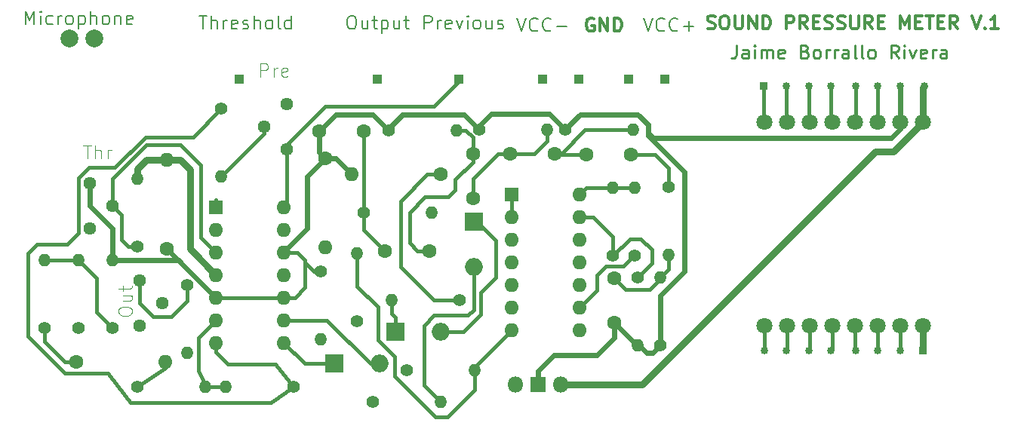
<source format=gbr>
G04 #@! TF.FileFunction,Copper,L1,Top,Signal*
%FSLAX46Y46*%
G04 Gerber Fmt 4.6, Leading zero omitted, Abs format (unit mm)*
G04 Created by KiCad (PCBNEW 4.0.7-e2-6376~58~ubuntu16.04.1) date Mon Dec 18 14:19:11 2017*
%MOMM*%
%LPD*%
G01*
G04 APERTURE LIST*
%ADD10C,0.100000*%
%ADD11C,0.300000*%
%ADD12C,0.250000*%
%ADD13C,0.200000*%
%ADD14C,1.998980*%
%ADD15C,1.800000*%
%ADD16R,1.600000X1.600000*%
%ADD17O,1.600000X1.600000*%
%ADD18C,1.600000*%
%ADD19R,2.000000X2.000000*%
%ADD20O,2.000000X2.000000*%
%ADD21C,1.400000*%
%ADD22O,1.400000X1.400000*%
%ADD23R,1.000000X1.000000*%
%ADD24C,1.440000*%
%ADD25R,0.850000X0.850000*%
%ADD26O,0.850000X0.850000*%
%ADD27R,1.800000X1.800000*%
%ADD28O,1.800000X1.800000*%
%ADD29C,0.400000*%
%ADD30C,0.600000*%
%ADD31C,0.800000*%
G04 APERTURE END LIST*
D10*
D11*
X166558571Y-56741143D02*
X166772857Y-56812571D01*
X167130000Y-56812571D01*
X167272857Y-56741143D01*
X167344286Y-56669714D01*
X167415714Y-56526857D01*
X167415714Y-56384000D01*
X167344286Y-56241143D01*
X167272857Y-56169714D01*
X167130000Y-56098286D01*
X166844286Y-56026857D01*
X166701428Y-55955429D01*
X166630000Y-55884000D01*
X166558571Y-55741143D01*
X166558571Y-55598286D01*
X166630000Y-55455429D01*
X166701428Y-55384000D01*
X166844286Y-55312571D01*
X167201428Y-55312571D01*
X167415714Y-55384000D01*
X168344285Y-55312571D02*
X168629999Y-55312571D01*
X168772857Y-55384000D01*
X168915714Y-55526857D01*
X168987142Y-55812571D01*
X168987142Y-56312571D01*
X168915714Y-56598286D01*
X168772857Y-56741143D01*
X168629999Y-56812571D01*
X168344285Y-56812571D01*
X168201428Y-56741143D01*
X168058571Y-56598286D01*
X167987142Y-56312571D01*
X167987142Y-55812571D01*
X168058571Y-55526857D01*
X168201428Y-55384000D01*
X168344285Y-55312571D01*
X169630000Y-55312571D02*
X169630000Y-56526857D01*
X169701428Y-56669714D01*
X169772857Y-56741143D01*
X169915714Y-56812571D01*
X170201428Y-56812571D01*
X170344286Y-56741143D01*
X170415714Y-56669714D01*
X170487143Y-56526857D01*
X170487143Y-55312571D01*
X171201429Y-56812571D02*
X171201429Y-55312571D01*
X172058572Y-56812571D01*
X172058572Y-55312571D01*
X172772858Y-56812571D02*
X172772858Y-55312571D01*
X173130001Y-55312571D01*
X173344286Y-55384000D01*
X173487144Y-55526857D01*
X173558572Y-55669714D01*
X173630001Y-55955429D01*
X173630001Y-56169714D01*
X173558572Y-56455429D01*
X173487144Y-56598286D01*
X173344286Y-56741143D01*
X173130001Y-56812571D01*
X172772858Y-56812571D01*
X175415715Y-56812571D02*
X175415715Y-55312571D01*
X175987143Y-55312571D01*
X176130001Y-55384000D01*
X176201429Y-55455429D01*
X176272858Y-55598286D01*
X176272858Y-55812571D01*
X176201429Y-55955429D01*
X176130001Y-56026857D01*
X175987143Y-56098286D01*
X175415715Y-56098286D01*
X177772858Y-56812571D02*
X177272858Y-56098286D01*
X176915715Y-56812571D02*
X176915715Y-55312571D01*
X177487143Y-55312571D01*
X177630001Y-55384000D01*
X177701429Y-55455429D01*
X177772858Y-55598286D01*
X177772858Y-55812571D01*
X177701429Y-55955429D01*
X177630001Y-56026857D01*
X177487143Y-56098286D01*
X176915715Y-56098286D01*
X178415715Y-56026857D02*
X178915715Y-56026857D01*
X179130001Y-56812571D02*
X178415715Y-56812571D01*
X178415715Y-55312571D01*
X179130001Y-55312571D01*
X179701429Y-56741143D02*
X179915715Y-56812571D01*
X180272858Y-56812571D01*
X180415715Y-56741143D01*
X180487144Y-56669714D01*
X180558572Y-56526857D01*
X180558572Y-56384000D01*
X180487144Y-56241143D01*
X180415715Y-56169714D01*
X180272858Y-56098286D01*
X179987144Y-56026857D01*
X179844286Y-55955429D01*
X179772858Y-55884000D01*
X179701429Y-55741143D01*
X179701429Y-55598286D01*
X179772858Y-55455429D01*
X179844286Y-55384000D01*
X179987144Y-55312571D01*
X180344286Y-55312571D01*
X180558572Y-55384000D01*
X181130000Y-56741143D02*
X181344286Y-56812571D01*
X181701429Y-56812571D01*
X181844286Y-56741143D01*
X181915715Y-56669714D01*
X181987143Y-56526857D01*
X181987143Y-56384000D01*
X181915715Y-56241143D01*
X181844286Y-56169714D01*
X181701429Y-56098286D01*
X181415715Y-56026857D01*
X181272857Y-55955429D01*
X181201429Y-55884000D01*
X181130000Y-55741143D01*
X181130000Y-55598286D01*
X181201429Y-55455429D01*
X181272857Y-55384000D01*
X181415715Y-55312571D01*
X181772857Y-55312571D01*
X181987143Y-55384000D01*
X182630000Y-55312571D02*
X182630000Y-56526857D01*
X182701428Y-56669714D01*
X182772857Y-56741143D01*
X182915714Y-56812571D01*
X183201428Y-56812571D01*
X183344286Y-56741143D01*
X183415714Y-56669714D01*
X183487143Y-56526857D01*
X183487143Y-55312571D01*
X185058572Y-56812571D02*
X184558572Y-56098286D01*
X184201429Y-56812571D02*
X184201429Y-55312571D01*
X184772857Y-55312571D01*
X184915715Y-55384000D01*
X184987143Y-55455429D01*
X185058572Y-55598286D01*
X185058572Y-55812571D01*
X184987143Y-55955429D01*
X184915715Y-56026857D01*
X184772857Y-56098286D01*
X184201429Y-56098286D01*
X185701429Y-56026857D02*
X186201429Y-56026857D01*
X186415715Y-56812571D02*
X185701429Y-56812571D01*
X185701429Y-55312571D01*
X186415715Y-55312571D01*
X188201429Y-56812571D02*
X188201429Y-55312571D01*
X188701429Y-56384000D01*
X189201429Y-55312571D01*
X189201429Y-56812571D01*
X189915715Y-56026857D02*
X190415715Y-56026857D01*
X190630001Y-56812571D02*
X189915715Y-56812571D01*
X189915715Y-55312571D01*
X190630001Y-55312571D01*
X191058572Y-55312571D02*
X191915715Y-55312571D01*
X191487144Y-56812571D02*
X191487144Y-55312571D01*
X192415715Y-56026857D02*
X192915715Y-56026857D01*
X193130001Y-56812571D02*
X192415715Y-56812571D01*
X192415715Y-55312571D01*
X193130001Y-55312571D01*
X194630001Y-56812571D02*
X194130001Y-56098286D01*
X193772858Y-56812571D02*
X193772858Y-55312571D01*
X194344286Y-55312571D01*
X194487144Y-55384000D01*
X194558572Y-55455429D01*
X194630001Y-55598286D01*
X194630001Y-55812571D01*
X194558572Y-55955429D01*
X194487144Y-56026857D01*
X194344286Y-56098286D01*
X193772858Y-56098286D01*
X196201429Y-55312571D02*
X196701429Y-56812571D01*
X197201429Y-55312571D01*
X197701429Y-56669714D02*
X197772857Y-56741143D01*
X197701429Y-56812571D01*
X197630000Y-56741143D01*
X197701429Y-56669714D01*
X197701429Y-56812571D01*
X199201429Y-56812571D02*
X198344286Y-56812571D01*
X198772858Y-56812571D02*
X198772858Y-55312571D01*
X198630001Y-55526857D01*
X198487143Y-55669714D01*
X198344286Y-55741143D01*
D10*
X100478571Y-88650000D02*
X100478571Y-88364286D01*
X100550000Y-88221428D01*
X100692857Y-88078571D01*
X100978571Y-88007143D01*
X101478571Y-88007143D01*
X101764286Y-88078571D01*
X101907143Y-88221428D01*
X101978571Y-88364286D01*
X101978571Y-88650000D01*
X101907143Y-88792857D01*
X101764286Y-88935714D01*
X101478571Y-89007143D01*
X100978571Y-89007143D01*
X100692857Y-88935714D01*
X100550000Y-88792857D01*
X100478571Y-88650000D01*
X100978571Y-86721428D02*
X101978571Y-86721428D01*
X100978571Y-87364285D02*
X101764286Y-87364285D01*
X101907143Y-87292857D01*
X101978571Y-87149999D01*
X101978571Y-86935714D01*
X101907143Y-86792857D01*
X101835714Y-86721428D01*
X100978571Y-86221428D02*
X100978571Y-85649999D01*
X100478571Y-86007142D02*
X101764286Y-86007142D01*
X101907143Y-85935714D01*
X101978571Y-85792856D01*
X101978571Y-85649999D01*
X96528572Y-69878571D02*
X97385715Y-69878571D01*
X96957144Y-71378571D02*
X96957144Y-69878571D01*
X97885715Y-71378571D02*
X97885715Y-69878571D01*
X98528572Y-71378571D02*
X98528572Y-70592857D01*
X98457143Y-70450000D01*
X98314286Y-70378571D01*
X98100001Y-70378571D01*
X97957143Y-70450000D01*
X97885715Y-70521429D01*
X99242858Y-71378571D02*
X99242858Y-70378571D01*
X99242858Y-70664286D02*
X99314286Y-70521429D01*
X99385715Y-70450000D01*
X99528572Y-70378571D01*
X99671429Y-70378571D01*
X116400001Y-62178571D02*
X116400001Y-60678571D01*
X116971429Y-60678571D01*
X117114287Y-60750000D01*
X117185715Y-60821429D01*
X117257144Y-60964286D01*
X117257144Y-61178571D01*
X117185715Y-61321429D01*
X117114287Y-61392857D01*
X116971429Y-61464286D01*
X116400001Y-61464286D01*
X117900001Y-62178571D02*
X117900001Y-61178571D01*
X117900001Y-61464286D02*
X117971429Y-61321429D01*
X118042858Y-61250000D01*
X118185715Y-61178571D01*
X118328572Y-61178571D01*
X119400000Y-62107143D02*
X119257143Y-62178571D01*
X118971429Y-62178571D01*
X118828572Y-62107143D01*
X118757143Y-61964286D01*
X118757143Y-61392857D01*
X118828572Y-61250000D01*
X118971429Y-61178571D01*
X119257143Y-61178571D01*
X119400000Y-61250000D01*
X119471429Y-61392857D01*
X119471429Y-61535714D01*
X118757143Y-61678571D01*
D12*
X169784572Y-58614571D02*
X169784572Y-59686000D01*
X169713144Y-59900286D01*
X169570287Y-60043143D01*
X169356001Y-60114571D01*
X169213144Y-60114571D01*
X171141715Y-60114571D02*
X171141715Y-59328857D01*
X171070286Y-59186000D01*
X170927429Y-59114571D01*
X170641715Y-59114571D01*
X170498858Y-59186000D01*
X171141715Y-60043143D02*
X170998858Y-60114571D01*
X170641715Y-60114571D01*
X170498858Y-60043143D01*
X170427429Y-59900286D01*
X170427429Y-59757429D01*
X170498858Y-59614571D01*
X170641715Y-59543143D01*
X170998858Y-59543143D01*
X171141715Y-59471714D01*
X171856001Y-60114571D02*
X171856001Y-59114571D01*
X171856001Y-58614571D02*
X171784572Y-58686000D01*
X171856001Y-58757429D01*
X171927429Y-58686000D01*
X171856001Y-58614571D01*
X171856001Y-58757429D01*
X172570287Y-60114571D02*
X172570287Y-59114571D01*
X172570287Y-59257429D02*
X172641715Y-59186000D01*
X172784573Y-59114571D01*
X172998858Y-59114571D01*
X173141715Y-59186000D01*
X173213144Y-59328857D01*
X173213144Y-60114571D01*
X173213144Y-59328857D02*
X173284573Y-59186000D01*
X173427430Y-59114571D01*
X173641715Y-59114571D01*
X173784573Y-59186000D01*
X173856001Y-59328857D01*
X173856001Y-60114571D01*
X175141715Y-60043143D02*
X174998858Y-60114571D01*
X174713144Y-60114571D01*
X174570287Y-60043143D01*
X174498858Y-59900286D01*
X174498858Y-59328857D01*
X174570287Y-59186000D01*
X174713144Y-59114571D01*
X174998858Y-59114571D01*
X175141715Y-59186000D01*
X175213144Y-59328857D01*
X175213144Y-59471714D01*
X174498858Y-59614571D01*
X177498858Y-59328857D02*
X177713144Y-59400286D01*
X177784572Y-59471714D01*
X177856001Y-59614571D01*
X177856001Y-59828857D01*
X177784572Y-59971714D01*
X177713144Y-60043143D01*
X177570286Y-60114571D01*
X176998858Y-60114571D01*
X176998858Y-58614571D01*
X177498858Y-58614571D01*
X177641715Y-58686000D01*
X177713144Y-58757429D01*
X177784572Y-58900286D01*
X177784572Y-59043143D01*
X177713144Y-59186000D01*
X177641715Y-59257429D01*
X177498858Y-59328857D01*
X176998858Y-59328857D01*
X178713144Y-60114571D02*
X178570286Y-60043143D01*
X178498858Y-59971714D01*
X178427429Y-59828857D01*
X178427429Y-59400286D01*
X178498858Y-59257429D01*
X178570286Y-59186000D01*
X178713144Y-59114571D01*
X178927429Y-59114571D01*
X179070286Y-59186000D01*
X179141715Y-59257429D01*
X179213144Y-59400286D01*
X179213144Y-59828857D01*
X179141715Y-59971714D01*
X179070286Y-60043143D01*
X178927429Y-60114571D01*
X178713144Y-60114571D01*
X179856001Y-60114571D02*
X179856001Y-59114571D01*
X179856001Y-59400286D02*
X179927429Y-59257429D01*
X179998858Y-59186000D01*
X180141715Y-59114571D01*
X180284572Y-59114571D01*
X180784572Y-60114571D02*
X180784572Y-59114571D01*
X180784572Y-59400286D02*
X180856000Y-59257429D01*
X180927429Y-59186000D01*
X181070286Y-59114571D01*
X181213143Y-59114571D01*
X182356000Y-60114571D02*
X182356000Y-59328857D01*
X182284571Y-59186000D01*
X182141714Y-59114571D01*
X181856000Y-59114571D01*
X181713143Y-59186000D01*
X182356000Y-60043143D02*
X182213143Y-60114571D01*
X181856000Y-60114571D01*
X181713143Y-60043143D01*
X181641714Y-59900286D01*
X181641714Y-59757429D01*
X181713143Y-59614571D01*
X181856000Y-59543143D01*
X182213143Y-59543143D01*
X182356000Y-59471714D01*
X183284572Y-60114571D02*
X183141714Y-60043143D01*
X183070286Y-59900286D01*
X183070286Y-58614571D01*
X184070286Y-60114571D02*
X183927428Y-60043143D01*
X183856000Y-59900286D01*
X183856000Y-58614571D01*
X184856000Y-60114571D02*
X184713142Y-60043143D01*
X184641714Y-59971714D01*
X184570285Y-59828857D01*
X184570285Y-59400286D01*
X184641714Y-59257429D01*
X184713142Y-59186000D01*
X184856000Y-59114571D01*
X185070285Y-59114571D01*
X185213142Y-59186000D01*
X185284571Y-59257429D01*
X185356000Y-59400286D01*
X185356000Y-59828857D01*
X185284571Y-59971714D01*
X185213142Y-60043143D01*
X185070285Y-60114571D01*
X184856000Y-60114571D01*
X187998857Y-60114571D02*
X187498857Y-59400286D01*
X187141714Y-60114571D02*
X187141714Y-58614571D01*
X187713142Y-58614571D01*
X187856000Y-58686000D01*
X187927428Y-58757429D01*
X187998857Y-58900286D01*
X187998857Y-59114571D01*
X187927428Y-59257429D01*
X187856000Y-59328857D01*
X187713142Y-59400286D01*
X187141714Y-59400286D01*
X188641714Y-60114571D02*
X188641714Y-59114571D01*
X188641714Y-58614571D02*
X188570285Y-58686000D01*
X188641714Y-58757429D01*
X188713142Y-58686000D01*
X188641714Y-58614571D01*
X188641714Y-58757429D01*
X189213143Y-59114571D02*
X189570286Y-60114571D01*
X189927428Y-59114571D01*
X191070285Y-60043143D02*
X190927428Y-60114571D01*
X190641714Y-60114571D01*
X190498857Y-60043143D01*
X190427428Y-59900286D01*
X190427428Y-59328857D01*
X190498857Y-59186000D01*
X190641714Y-59114571D01*
X190927428Y-59114571D01*
X191070285Y-59186000D01*
X191141714Y-59328857D01*
X191141714Y-59471714D01*
X190427428Y-59614571D01*
X191784571Y-60114571D02*
X191784571Y-59114571D01*
X191784571Y-59400286D02*
X191855999Y-59257429D01*
X191927428Y-59186000D01*
X192070285Y-59114571D01*
X192213142Y-59114571D01*
X193355999Y-60114571D02*
X193355999Y-59328857D01*
X193284570Y-59186000D01*
X193141713Y-59114571D01*
X192855999Y-59114571D01*
X192713142Y-59186000D01*
X193355999Y-60043143D02*
X193213142Y-60114571D01*
X192855999Y-60114571D01*
X192713142Y-60043143D01*
X192641713Y-59900286D01*
X192641713Y-59757429D01*
X192713142Y-59614571D01*
X192855999Y-59543143D01*
X193213142Y-59543143D01*
X193355999Y-59471714D01*
D13*
X90012000Y-56304571D02*
X90012000Y-54804571D01*
X90512000Y-55876000D01*
X91012000Y-54804571D01*
X91012000Y-56304571D01*
X91726286Y-56304571D02*
X91726286Y-55304571D01*
X91726286Y-54804571D02*
X91654857Y-54876000D01*
X91726286Y-54947429D01*
X91797714Y-54876000D01*
X91726286Y-54804571D01*
X91726286Y-54947429D01*
X93083429Y-56233143D02*
X92940572Y-56304571D01*
X92654858Y-56304571D01*
X92512000Y-56233143D01*
X92440572Y-56161714D01*
X92369143Y-56018857D01*
X92369143Y-55590286D01*
X92440572Y-55447429D01*
X92512000Y-55376000D01*
X92654858Y-55304571D01*
X92940572Y-55304571D01*
X93083429Y-55376000D01*
X93726286Y-56304571D02*
X93726286Y-55304571D01*
X93726286Y-55590286D02*
X93797714Y-55447429D01*
X93869143Y-55376000D01*
X94012000Y-55304571D01*
X94154857Y-55304571D01*
X94869143Y-56304571D02*
X94726285Y-56233143D01*
X94654857Y-56161714D01*
X94583428Y-56018857D01*
X94583428Y-55590286D01*
X94654857Y-55447429D01*
X94726285Y-55376000D01*
X94869143Y-55304571D01*
X95083428Y-55304571D01*
X95226285Y-55376000D01*
X95297714Y-55447429D01*
X95369143Y-55590286D01*
X95369143Y-56018857D01*
X95297714Y-56161714D01*
X95226285Y-56233143D01*
X95083428Y-56304571D01*
X94869143Y-56304571D01*
X96012000Y-55304571D02*
X96012000Y-56804571D01*
X96012000Y-55376000D02*
X96154857Y-55304571D01*
X96440571Y-55304571D01*
X96583428Y-55376000D01*
X96654857Y-55447429D01*
X96726286Y-55590286D01*
X96726286Y-56018857D01*
X96654857Y-56161714D01*
X96583428Y-56233143D01*
X96440571Y-56304571D01*
X96154857Y-56304571D01*
X96012000Y-56233143D01*
X97369143Y-56304571D02*
X97369143Y-54804571D01*
X98012000Y-56304571D02*
X98012000Y-55518857D01*
X97940571Y-55376000D01*
X97797714Y-55304571D01*
X97583429Y-55304571D01*
X97440571Y-55376000D01*
X97369143Y-55447429D01*
X98940572Y-56304571D02*
X98797714Y-56233143D01*
X98726286Y-56161714D01*
X98654857Y-56018857D01*
X98654857Y-55590286D01*
X98726286Y-55447429D01*
X98797714Y-55376000D01*
X98940572Y-55304571D01*
X99154857Y-55304571D01*
X99297714Y-55376000D01*
X99369143Y-55447429D01*
X99440572Y-55590286D01*
X99440572Y-56018857D01*
X99369143Y-56161714D01*
X99297714Y-56233143D01*
X99154857Y-56304571D01*
X98940572Y-56304571D01*
X100083429Y-55304571D02*
X100083429Y-56304571D01*
X100083429Y-55447429D02*
X100154857Y-55376000D01*
X100297715Y-55304571D01*
X100512000Y-55304571D01*
X100654857Y-55376000D01*
X100726286Y-55518857D01*
X100726286Y-56304571D01*
X102012000Y-56233143D02*
X101869143Y-56304571D01*
X101583429Y-56304571D01*
X101440572Y-56233143D01*
X101369143Y-56090286D01*
X101369143Y-55518857D01*
X101440572Y-55376000D01*
X101583429Y-55304571D01*
X101869143Y-55304571D01*
X102012000Y-55376000D01*
X102083429Y-55518857D01*
X102083429Y-55661714D01*
X101369143Y-55804571D01*
X134799143Y-56812571D02*
X134799143Y-55312571D01*
X135370571Y-55312571D01*
X135513429Y-55384000D01*
X135584857Y-55455429D01*
X135656286Y-55598286D01*
X135656286Y-55812571D01*
X135584857Y-55955429D01*
X135513429Y-56026857D01*
X135370571Y-56098286D01*
X134799143Y-56098286D01*
X136299143Y-56812571D02*
X136299143Y-55812571D01*
X136299143Y-56098286D02*
X136370571Y-55955429D01*
X136442000Y-55884000D01*
X136584857Y-55812571D01*
X136727714Y-55812571D01*
X137799142Y-56741143D02*
X137656285Y-56812571D01*
X137370571Y-56812571D01*
X137227714Y-56741143D01*
X137156285Y-56598286D01*
X137156285Y-56026857D01*
X137227714Y-55884000D01*
X137370571Y-55812571D01*
X137656285Y-55812571D01*
X137799142Y-55884000D01*
X137870571Y-56026857D01*
X137870571Y-56169714D01*
X137156285Y-56312571D01*
X138370571Y-55812571D02*
X138727714Y-56812571D01*
X139084856Y-55812571D01*
X139656285Y-56812571D02*
X139656285Y-55812571D01*
X139656285Y-55312571D02*
X139584856Y-55384000D01*
X139656285Y-55455429D01*
X139727713Y-55384000D01*
X139656285Y-55312571D01*
X139656285Y-55455429D01*
X140584857Y-56812571D02*
X140441999Y-56741143D01*
X140370571Y-56669714D01*
X140299142Y-56526857D01*
X140299142Y-56098286D01*
X140370571Y-55955429D01*
X140441999Y-55884000D01*
X140584857Y-55812571D01*
X140799142Y-55812571D01*
X140941999Y-55884000D01*
X141013428Y-55955429D01*
X141084857Y-56098286D01*
X141084857Y-56526857D01*
X141013428Y-56669714D01*
X140941999Y-56741143D01*
X140799142Y-56812571D01*
X140584857Y-56812571D01*
X142370571Y-55812571D02*
X142370571Y-56812571D01*
X141727714Y-55812571D02*
X141727714Y-56598286D01*
X141799142Y-56741143D01*
X141942000Y-56812571D01*
X142156285Y-56812571D01*
X142299142Y-56741143D01*
X142370571Y-56669714D01*
X143013428Y-56741143D02*
X143156285Y-56812571D01*
X143442000Y-56812571D01*
X143584857Y-56741143D01*
X143656285Y-56598286D01*
X143656285Y-56526857D01*
X143584857Y-56384000D01*
X143442000Y-56312571D01*
X143227714Y-56312571D01*
X143084857Y-56241143D01*
X143013428Y-56098286D01*
X143013428Y-56026857D01*
X143084857Y-55884000D01*
X143227714Y-55812571D01*
X143442000Y-55812571D01*
X143584857Y-55884000D01*
X126504285Y-55312571D02*
X126789999Y-55312571D01*
X126932857Y-55384000D01*
X127075714Y-55526857D01*
X127147142Y-55812571D01*
X127147142Y-56312571D01*
X127075714Y-56598286D01*
X126932857Y-56741143D01*
X126789999Y-56812571D01*
X126504285Y-56812571D01*
X126361428Y-56741143D01*
X126218571Y-56598286D01*
X126147142Y-56312571D01*
X126147142Y-55812571D01*
X126218571Y-55526857D01*
X126361428Y-55384000D01*
X126504285Y-55312571D01*
X128432857Y-55812571D02*
X128432857Y-56812571D01*
X127790000Y-55812571D02*
X127790000Y-56598286D01*
X127861428Y-56741143D01*
X128004286Y-56812571D01*
X128218571Y-56812571D01*
X128361428Y-56741143D01*
X128432857Y-56669714D01*
X128932857Y-55812571D02*
X129504286Y-55812571D01*
X129147143Y-55312571D02*
X129147143Y-56598286D01*
X129218571Y-56741143D01*
X129361429Y-56812571D01*
X129504286Y-56812571D01*
X130004286Y-55812571D02*
X130004286Y-57312571D01*
X130004286Y-55884000D02*
X130147143Y-55812571D01*
X130432857Y-55812571D01*
X130575714Y-55884000D01*
X130647143Y-55955429D01*
X130718572Y-56098286D01*
X130718572Y-56526857D01*
X130647143Y-56669714D01*
X130575714Y-56741143D01*
X130432857Y-56812571D01*
X130147143Y-56812571D01*
X130004286Y-56741143D01*
X132004286Y-55812571D02*
X132004286Y-56812571D01*
X131361429Y-55812571D02*
X131361429Y-56598286D01*
X131432857Y-56741143D01*
X131575715Y-56812571D01*
X131790000Y-56812571D01*
X131932857Y-56741143D01*
X132004286Y-56669714D01*
X132504286Y-55812571D02*
X133075715Y-55812571D01*
X132718572Y-55312571D02*
X132718572Y-56598286D01*
X132790000Y-56741143D01*
X132932858Y-56812571D01*
X133075715Y-56812571D01*
X109558000Y-55312571D02*
X110415143Y-55312571D01*
X109986572Y-56812571D02*
X109986572Y-55312571D01*
X110915143Y-56812571D02*
X110915143Y-55312571D01*
X111558000Y-56812571D02*
X111558000Y-56026857D01*
X111486571Y-55884000D01*
X111343714Y-55812571D01*
X111129429Y-55812571D01*
X110986571Y-55884000D01*
X110915143Y-55955429D01*
X112272286Y-56812571D02*
X112272286Y-55812571D01*
X112272286Y-56098286D02*
X112343714Y-55955429D01*
X112415143Y-55884000D01*
X112558000Y-55812571D01*
X112700857Y-55812571D01*
X113772285Y-56741143D02*
X113629428Y-56812571D01*
X113343714Y-56812571D01*
X113200857Y-56741143D01*
X113129428Y-56598286D01*
X113129428Y-56026857D01*
X113200857Y-55884000D01*
X113343714Y-55812571D01*
X113629428Y-55812571D01*
X113772285Y-55884000D01*
X113843714Y-56026857D01*
X113843714Y-56169714D01*
X113129428Y-56312571D01*
X114415142Y-56741143D02*
X114557999Y-56812571D01*
X114843714Y-56812571D01*
X114986571Y-56741143D01*
X115057999Y-56598286D01*
X115057999Y-56526857D01*
X114986571Y-56384000D01*
X114843714Y-56312571D01*
X114629428Y-56312571D01*
X114486571Y-56241143D01*
X114415142Y-56098286D01*
X114415142Y-56026857D01*
X114486571Y-55884000D01*
X114629428Y-55812571D01*
X114843714Y-55812571D01*
X114986571Y-55884000D01*
X115700857Y-56812571D02*
X115700857Y-55312571D01*
X116343714Y-56812571D02*
X116343714Y-56026857D01*
X116272285Y-55884000D01*
X116129428Y-55812571D01*
X115915143Y-55812571D01*
X115772285Y-55884000D01*
X115700857Y-55955429D01*
X117272286Y-56812571D02*
X117129428Y-56741143D01*
X117058000Y-56669714D01*
X116986571Y-56526857D01*
X116986571Y-56098286D01*
X117058000Y-55955429D01*
X117129428Y-55884000D01*
X117272286Y-55812571D01*
X117486571Y-55812571D01*
X117629428Y-55884000D01*
X117700857Y-55955429D01*
X117772286Y-56098286D01*
X117772286Y-56526857D01*
X117700857Y-56669714D01*
X117629428Y-56741143D01*
X117486571Y-56812571D01*
X117272286Y-56812571D01*
X118629429Y-56812571D02*
X118486571Y-56741143D01*
X118415143Y-56598286D01*
X118415143Y-55312571D01*
X119843714Y-56812571D02*
X119843714Y-55312571D01*
X119843714Y-56741143D02*
X119700857Y-56812571D01*
X119415143Y-56812571D01*
X119272285Y-56741143D01*
X119200857Y-56669714D01*
X119129428Y-56526857D01*
X119129428Y-56098286D01*
X119200857Y-55955429D01*
X119272285Y-55884000D01*
X119415143Y-55812571D01*
X119700857Y-55812571D01*
X119843714Y-55884000D01*
X159377429Y-55566571D02*
X159877429Y-57066571D01*
X160377429Y-55566571D01*
X161734572Y-56923714D02*
X161663143Y-56995143D01*
X161448857Y-57066571D01*
X161306000Y-57066571D01*
X161091715Y-56995143D01*
X160948857Y-56852286D01*
X160877429Y-56709429D01*
X160806000Y-56423714D01*
X160806000Y-56209429D01*
X160877429Y-55923714D01*
X160948857Y-55780857D01*
X161091715Y-55638000D01*
X161306000Y-55566571D01*
X161448857Y-55566571D01*
X161663143Y-55638000D01*
X161734572Y-55709429D01*
X163234572Y-56923714D02*
X163163143Y-56995143D01*
X162948857Y-57066571D01*
X162806000Y-57066571D01*
X162591715Y-56995143D01*
X162448857Y-56852286D01*
X162377429Y-56709429D01*
X162306000Y-56423714D01*
X162306000Y-56209429D01*
X162377429Y-55923714D01*
X162448857Y-55780857D01*
X162591715Y-55638000D01*
X162806000Y-55566571D01*
X162948857Y-55566571D01*
X163163143Y-55638000D01*
X163234572Y-55709429D01*
X163877429Y-56495143D02*
X165020286Y-56495143D01*
X164448857Y-57066571D02*
X164448857Y-55923714D01*
X145153429Y-55566571D02*
X145653429Y-57066571D01*
X146153429Y-55566571D01*
X147510572Y-56923714D02*
X147439143Y-56995143D01*
X147224857Y-57066571D01*
X147082000Y-57066571D01*
X146867715Y-56995143D01*
X146724857Y-56852286D01*
X146653429Y-56709429D01*
X146582000Y-56423714D01*
X146582000Y-56209429D01*
X146653429Y-55923714D01*
X146724857Y-55780857D01*
X146867715Y-55638000D01*
X147082000Y-55566571D01*
X147224857Y-55566571D01*
X147439143Y-55638000D01*
X147510572Y-55709429D01*
X149010572Y-56923714D02*
X148939143Y-56995143D01*
X148724857Y-57066571D01*
X148582000Y-57066571D01*
X148367715Y-56995143D01*
X148224857Y-56852286D01*
X148153429Y-56709429D01*
X148082000Y-56423714D01*
X148082000Y-56209429D01*
X148153429Y-55923714D01*
X148224857Y-55780857D01*
X148367715Y-55638000D01*
X148582000Y-55566571D01*
X148724857Y-55566571D01*
X148939143Y-55638000D01*
X149010572Y-55709429D01*
X149653429Y-56495143D02*
X150796286Y-56495143D01*
D11*
X153797143Y-55638000D02*
X153654286Y-55566571D01*
X153440000Y-55566571D01*
X153225715Y-55638000D01*
X153082857Y-55780857D01*
X153011429Y-55923714D01*
X152940000Y-56209429D01*
X152940000Y-56423714D01*
X153011429Y-56709429D01*
X153082857Y-56852286D01*
X153225715Y-56995143D01*
X153440000Y-57066571D01*
X153582857Y-57066571D01*
X153797143Y-56995143D01*
X153868572Y-56923714D01*
X153868572Y-56423714D01*
X153582857Y-56423714D01*
X154511429Y-57066571D02*
X154511429Y-55566571D01*
X155368572Y-57066571D01*
X155368572Y-55566571D01*
X156082858Y-57066571D02*
X156082858Y-55566571D01*
X156440001Y-55566571D01*
X156654286Y-55638000D01*
X156797144Y-55780857D01*
X156868572Y-55923714D01*
X156940001Y-56209429D01*
X156940001Y-56423714D01*
X156868572Y-56709429D01*
X156797144Y-56852286D01*
X156654286Y-56995143D01*
X156440001Y-57066571D01*
X156082858Y-57066571D01*
D14*
X94996000Y-57912000D03*
X97790000Y-57912000D03*
D15*
X172974000Y-67310000D03*
X175514000Y-67310000D03*
X178054000Y-67310000D03*
X180594000Y-67310000D03*
X183134000Y-67310000D03*
X185674000Y-67310000D03*
X188214000Y-67310000D03*
X190754000Y-67310000D03*
X190754000Y-90170000D03*
X188214000Y-90170000D03*
X185674000Y-90170000D03*
X183134000Y-90170000D03*
X180594000Y-90170000D03*
X178054000Y-90170000D03*
X175514000Y-90170000D03*
X172974000Y-90170000D03*
D16*
X111420000Y-76810000D03*
D17*
X119040000Y-92050000D03*
X111420000Y-79350000D03*
X119040000Y-89510000D03*
X111420000Y-81890000D03*
X119040000Y-86970000D03*
X111420000Y-84430000D03*
X119040000Y-84430000D03*
X111420000Y-86970000D03*
X119040000Y-81890000D03*
X111420000Y-89510000D03*
X119040000Y-79350000D03*
X111420000Y-92050000D03*
X119040000Y-76810000D03*
D16*
X144560000Y-75440000D03*
D17*
X152180000Y-90680000D03*
X144560000Y-77980000D03*
X152180000Y-88140000D03*
X144560000Y-80520000D03*
X152180000Y-85600000D03*
X144560000Y-83060000D03*
X152180000Y-83060000D03*
X144560000Y-85600000D03*
X152180000Y-80520000D03*
X144560000Y-88140000D03*
X152180000Y-77980000D03*
X144560000Y-90680000D03*
X152180000Y-75440000D03*
D18*
X95758000Y-94234000D03*
D17*
X105758000Y-94234000D03*
D18*
X136652000Y-73152000D03*
D17*
X126652000Y-73152000D03*
D18*
X128016000Y-68326000D03*
X123016000Y-68326000D03*
X135382000Y-81788000D03*
X130382000Y-81788000D03*
X140230000Y-75810000D03*
X140230000Y-70810000D03*
X149430000Y-70830000D03*
X144430000Y-70830000D03*
X157960000Y-70900000D03*
X152960000Y-70900000D03*
X156120000Y-84800000D03*
X156120000Y-89800000D03*
X123698000Y-71374000D03*
D17*
X123698000Y-81374000D03*
D18*
X105918000Y-81534000D03*
D17*
X105918000Y-71534000D03*
D19*
X124660000Y-94370000D03*
D20*
X129740000Y-94370000D03*
D19*
X131560000Y-90830000D03*
D20*
X136640000Y-90830000D03*
D19*
X140320000Y-78450000D03*
D20*
X140320000Y-83530000D03*
D21*
X99822000Y-90424000D03*
D22*
X99822000Y-82804000D03*
D21*
X96012000Y-90424000D03*
D22*
X96012000Y-82804000D03*
D21*
X92202000Y-90424000D03*
D22*
X92202000Y-82804000D03*
D21*
X102616000Y-97028000D03*
D22*
X110236000Y-97028000D03*
D21*
X120142000Y-97028000D03*
D22*
X112522000Y-97028000D03*
D21*
X102616000Y-81280000D03*
D22*
X102616000Y-73660000D03*
D21*
X108204000Y-85598000D03*
D22*
X108204000Y-93218000D03*
D21*
X112014000Y-65786000D03*
D22*
X112014000Y-73406000D03*
D21*
X132820000Y-95140000D03*
D22*
X140440000Y-95140000D03*
D21*
X123190000Y-84074000D03*
D22*
X123190000Y-91694000D03*
D21*
X127254000Y-89662000D03*
D22*
X127254000Y-82042000D03*
D21*
X128016000Y-77470000D03*
D22*
X135636000Y-77470000D03*
D21*
X138770000Y-87290000D03*
D22*
X131150000Y-87290000D03*
D21*
X130740000Y-68190000D03*
D22*
X138360000Y-68190000D03*
D21*
X129010000Y-98720000D03*
D22*
X136630000Y-98720000D03*
D21*
X140930000Y-68120000D03*
D22*
X148550000Y-68120000D03*
D21*
X150630000Y-68150000D03*
D22*
X158250000Y-68150000D03*
D21*
X158420000Y-82300000D03*
D22*
X158420000Y-74680000D03*
D21*
X162230000Y-74600000D03*
D22*
X162230000Y-82220000D03*
D21*
X155940000Y-82300000D03*
D22*
X155940000Y-74680000D03*
D21*
X158760000Y-84710000D03*
D22*
X158760000Y-92330000D03*
D21*
X161280000Y-92370000D03*
D22*
X161280000Y-84750000D03*
D23*
X161798000Y-62484000D03*
X157734000Y-62484000D03*
X148082000Y-62484000D03*
D24*
X102870000Y-85090000D03*
X105410000Y-87630000D03*
X102870000Y-90170000D03*
X97282000Y-74168000D03*
X99822000Y-76708000D03*
X97282000Y-79248000D03*
X119380000Y-70358000D03*
X116840000Y-67818000D03*
X119380000Y-65278000D03*
D23*
X152146000Y-62484000D03*
X129540000Y-62484000D03*
X114046000Y-62484000D03*
X138684000Y-62484000D03*
D25*
X172900000Y-63246000D03*
D26*
X175400000Y-63246000D03*
X177900000Y-63246000D03*
X180400000Y-63246000D03*
X183150000Y-63246000D03*
X185650000Y-63246000D03*
X188150000Y-63246000D03*
X190900000Y-63246000D03*
D25*
X190682000Y-92964000D03*
D26*
X188182000Y-92964000D03*
X185682000Y-92964000D03*
X183182000Y-92964000D03*
X180432000Y-92964000D03*
X177932000Y-92964000D03*
X175432000Y-92964000D03*
X172932000Y-92964000D03*
D27*
X147574000Y-96774000D03*
D28*
X150114000Y-96774000D03*
X145034000Y-96774000D03*
D29*
X95758000Y-94234000D02*
X94488000Y-94234000D01*
X92202000Y-91948000D02*
X92202000Y-90424000D01*
X94488000Y-94234000D02*
X92202000Y-91948000D01*
X105758000Y-94902000D02*
X102616000Y-97028000D01*
X105758000Y-94234000D02*
X105758000Y-94902000D01*
D30*
X188214000Y-67310000D02*
X188214000Y-68072000D01*
X188214000Y-68072000D02*
X187198000Y-69088000D01*
X160528000Y-69088000D02*
X159893000Y-68453000D01*
X187198000Y-69088000D02*
X160528000Y-69088000D01*
X188150000Y-63246000D02*
X188150000Y-67246000D01*
X188150000Y-67246000D02*
X188214000Y-67310000D01*
X147574000Y-96774000D02*
X147574000Y-95250000D01*
X156120000Y-91530000D02*
X156120000Y-89800000D01*
X154178000Y-93472000D02*
X156120000Y-91530000D01*
X149352000Y-93472000D02*
X154178000Y-93472000D01*
X147574000Y-95250000D02*
X149352000Y-93472000D01*
X160432000Y-93218000D02*
X161280000Y-92370000D01*
X159766000Y-93218000D02*
X160432000Y-93218000D01*
X158878000Y-92330000D02*
X159766000Y-93218000D01*
X122936000Y-68246000D02*
X123016000Y-68326000D01*
X99822000Y-82804000D02*
X99822000Y-79248000D01*
X97282000Y-76708000D02*
X97282000Y-74168000D01*
X99822000Y-79248000D02*
X97282000Y-76708000D01*
X158760000Y-92330000D02*
X158878000Y-92330000D01*
X161280000Y-86751000D02*
X161280000Y-92370000D01*
X150630000Y-68064000D02*
X152273000Y-66421000D01*
X152273000Y-66421000D02*
X158750000Y-66421000D01*
X158750000Y-66421000D02*
X159893000Y-67564000D01*
X159893000Y-67564000D02*
X159893000Y-68453000D01*
X159893000Y-68453000D02*
X159893000Y-68834000D01*
X159893000Y-68834000D02*
X163957000Y-72898000D01*
X163957000Y-72898000D02*
X163957000Y-84074000D01*
X163957000Y-84074000D02*
X161280000Y-86751000D01*
X150630000Y-68150000D02*
X150630000Y-68064000D01*
X150622000Y-68142000D02*
X150630000Y-68150000D01*
X158800000Y-92370000D02*
X158760000Y-92330000D01*
X158760000Y-92330000D02*
X158650000Y-92330000D01*
X158650000Y-92330000D02*
X156120000Y-89800000D01*
X140930000Y-68120000D02*
X140930000Y-67700000D01*
X140930000Y-67700000D02*
X142300000Y-66330000D01*
X148810000Y-66330000D02*
X150630000Y-68150000D01*
X142300000Y-66330000D02*
X148810000Y-66330000D01*
X130740000Y-68190000D02*
X130740000Y-68000000D01*
X130740000Y-68000000D02*
X132330000Y-66410000D01*
X139220000Y-66410000D02*
X140930000Y-68120000D01*
X132330000Y-66410000D02*
X139220000Y-66410000D01*
X99822000Y-82804000D02*
X107244000Y-82804000D01*
X107510000Y-83070000D02*
X107510000Y-83126000D01*
X107244000Y-82804000D02*
X107510000Y-83070000D01*
X111420000Y-86970000D02*
X111354000Y-86970000D01*
X111354000Y-86970000D02*
X107510000Y-83126000D01*
X107510000Y-83126000D02*
X105918000Y-81534000D01*
X123016000Y-68326000D02*
X123016000Y-68264000D01*
X123016000Y-68264000D02*
X124870000Y-66410000D01*
X128960000Y-66410000D02*
X130740000Y-68190000D01*
X124870000Y-66410000D02*
X128960000Y-66410000D01*
X123698000Y-71374000D02*
X121666000Y-73406000D01*
X121666000Y-79248000D02*
X119040000Y-81874000D01*
X121666000Y-73406000D02*
X121666000Y-79248000D01*
X119040000Y-81874000D02*
X119040000Y-81890000D01*
X123698000Y-71374000D02*
X124874000Y-71374000D01*
X124874000Y-71374000D02*
X126652000Y-73152000D01*
X123016000Y-68326000D02*
X123016000Y-70692000D01*
X123016000Y-70692000D02*
X123698000Y-71374000D01*
D29*
X152180000Y-86108000D02*
X152180000Y-85600000D01*
X111420000Y-86970000D02*
X119040000Y-86970000D01*
X123698000Y-71374000D02*
X123872000Y-71374000D01*
X123190000Y-84074000D02*
X122428000Y-84074000D01*
X122428000Y-84074000D02*
X121412000Y-83058000D01*
X119040000Y-81890000D02*
X120498000Y-81890000D01*
X120294000Y-86970000D02*
X119040000Y-86970000D01*
X121412000Y-85852000D02*
X120294000Y-86970000D01*
X121412000Y-82804000D02*
X121412000Y-83058000D01*
X121412000Y-83058000D02*
X121412000Y-85852000D01*
X120498000Y-81890000D02*
X121412000Y-82804000D01*
X96012000Y-82804000D02*
X92202000Y-82804000D01*
X99822000Y-90424000D02*
X98044000Y-88646000D01*
X98044000Y-84836000D02*
X96012000Y-82804000D01*
X98044000Y-88646000D02*
X98044000Y-84836000D01*
X109474000Y-91456000D02*
X111420000Y-89510000D01*
X109474000Y-95250000D02*
X109474000Y-91456000D01*
X110236000Y-96774000D02*
X109474000Y-95250000D01*
X110236000Y-97028000D02*
X110236000Y-96774000D01*
X110236000Y-97028000D02*
X112522000Y-97028000D01*
X136652000Y-73152000D02*
X135108000Y-73152000D01*
X135850000Y-87290000D02*
X138770000Y-87290000D01*
X132100000Y-83540000D02*
X135850000Y-87290000D01*
X132100000Y-76160000D02*
X132100000Y-83540000D01*
X135108000Y-73152000D02*
X132100000Y-76160000D01*
X144130000Y-86030000D02*
X144560000Y-85600000D01*
X136652000Y-73152000D02*
X136508000Y-73152000D01*
X136652000Y-73152000D02*
X136628000Y-73152000D01*
X136652000Y-73152000D02*
X136652000Y-73182000D01*
X136652000Y-73182000D02*
X136906000Y-73436000D01*
D30*
X136906000Y-73406000D02*
X136652000Y-73152000D01*
D29*
X128016000Y-77470000D02*
X128016000Y-79422000D01*
X128016000Y-79422000D02*
X130382000Y-81788000D01*
X128016000Y-68326000D02*
X128016000Y-77470000D01*
X140230000Y-71750000D02*
X138250000Y-73730000D01*
X140230000Y-70810000D02*
X140230000Y-71750000D01*
X134038000Y-81788000D02*
X135382000Y-81788000D01*
X133110000Y-80860000D02*
X134038000Y-81788000D01*
X133110000Y-77420000D02*
X133110000Y-80860000D01*
X134840000Y-75690000D02*
X133110000Y-77420000D01*
X137470000Y-75690000D02*
X134840000Y-75690000D01*
X138250000Y-74910000D02*
X137470000Y-75690000D01*
X138250000Y-73730000D02*
X138250000Y-74910000D01*
X138360000Y-68190000D02*
X139440000Y-68190000D01*
X140230000Y-68980000D02*
X140230000Y-70810000D01*
X139440000Y-68190000D02*
X140230000Y-68980000D01*
X144430000Y-70830000D02*
X143060000Y-70830000D01*
X140230000Y-73660000D02*
X140230000Y-75810000D01*
X143060000Y-70830000D02*
X140230000Y-73660000D01*
X148550000Y-68120000D02*
X148550000Y-69420000D01*
X147140000Y-70830000D02*
X144430000Y-70830000D01*
X148550000Y-69420000D02*
X147140000Y-70830000D01*
X152960000Y-70900000D02*
X149500000Y-70900000D01*
X149500000Y-70900000D02*
X149430000Y-70830000D01*
X158250000Y-68150000D02*
X152830000Y-68150000D01*
X152830000Y-68150000D02*
X150150000Y-70830000D01*
X150150000Y-70830000D02*
X149430000Y-70830000D01*
X162230000Y-74600000D02*
X162230000Y-72470000D01*
X160660000Y-70900000D02*
X157960000Y-70900000D01*
X162230000Y-72470000D02*
X160660000Y-70900000D01*
X161280000Y-84880000D02*
X160080000Y-86080000D01*
X160080000Y-86080000D02*
X157400000Y-86080000D01*
X157400000Y-86080000D02*
X156120000Y-84800000D01*
X161280000Y-84750000D02*
X161280000Y-84880000D01*
X162230000Y-82220000D02*
X162230000Y-83800000D01*
X162230000Y-83800000D02*
X161280000Y-84750000D01*
X124660000Y-94370000D02*
X121360000Y-94370000D01*
X121360000Y-94370000D02*
X119040000Y-92050000D01*
X123952000Y-94996000D02*
X123952000Y-94422000D01*
X129740000Y-94370000D02*
X128720000Y-94370000D01*
X123860000Y-89510000D02*
X119040000Y-89510000D01*
X128720000Y-94370000D02*
X123860000Y-89510000D01*
X119040000Y-89830000D02*
X119040000Y-89510000D01*
X131150000Y-87290000D02*
X131150000Y-88790000D01*
X131560000Y-89200000D02*
X131560000Y-90830000D01*
X131150000Y-88790000D02*
X131560000Y-89200000D01*
X131150000Y-90420000D02*
X131560000Y-90830000D01*
X140320000Y-78450000D02*
X140680000Y-78450000D01*
X140680000Y-78450000D02*
X142830000Y-80600000D01*
X142830000Y-80600000D02*
X142830000Y-84710000D01*
X142830000Y-84710000D02*
X141120000Y-86420000D01*
X141120000Y-86420000D02*
X141120000Y-88850000D01*
X141120000Y-88850000D02*
X139140000Y-90830000D01*
X139140000Y-90830000D02*
X136640000Y-90830000D01*
X158420000Y-82300000D02*
X158270000Y-82300000D01*
X158270000Y-82300000D02*
X157110000Y-83460000D01*
X154170000Y-86150000D02*
X152180000Y-88140000D01*
X154170000Y-84490000D02*
X154170000Y-86150000D01*
X155200000Y-83460000D02*
X154170000Y-84490000D01*
X157110000Y-83460000D02*
X155200000Y-83460000D01*
X140320000Y-83530000D02*
X140320000Y-88370000D01*
X134750000Y-96840000D02*
X136630000Y-98720000D01*
X134750000Y-90110000D02*
X134750000Y-96840000D01*
X135870000Y-88990000D02*
X134750000Y-90110000D01*
X139700000Y-88990000D02*
X135870000Y-88990000D01*
X140320000Y-88370000D02*
X139700000Y-88990000D01*
X112014000Y-65786000D02*
X108839000Y-68961000D01*
X117602000Y-98806000D02*
X120142000Y-97028000D01*
X101854000Y-98806000D02*
X117602000Y-98806000D01*
X99314000Y-95504000D02*
X101854000Y-98806000D01*
X94488000Y-95504000D02*
X99314000Y-95504000D01*
X90297000Y-91313000D02*
X94488000Y-95504000D01*
X90297000Y-82042000D02*
X90297000Y-91313000D01*
X91313000Y-81026000D02*
X90297000Y-82042000D01*
X94742000Y-81026000D02*
X91313000Y-81026000D01*
X96012000Y-79756000D02*
X94742000Y-81026000D01*
X96012000Y-73533000D02*
X96012000Y-79756000D01*
X97155000Y-72390000D02*
X96012000Y-73533000D01*
X100076000Y-72390000D02*
X97155000Y-72390000D01*
X103505000Y-68961000D02*
X100076000Y-72390000D01*
X108839000Y-68961000D02*
X103505000Y-68961000D01*
X111420000Y-93132000D02*
X111420000Y-92050000D01*
X120142000Y-97028000D02*
X118110000Y-94488000D01*
X118110000Y-94488000D02*
X112776000Y-94488000D01*
X112776000Y-94488000D02*
X111420000Y-93132000D01*
X112014000Y-65786000D02*
X112014000Y-65532000D01*
X102870000Y-85090000D02*
X102870000Y-87630000D01*
X108204000Y-87376000D02*
X108204000Y-85598000D01*
X106426000Y-89154000D02*
X108204000Y-87376000D01*
X104394000Y-89154000D02*
X106426000Y-89154000D01*
X102870000Y-87630000D02*
X104394000Y-89154000D01*
X108204000Y-85598000D02*
X108204000Y-85979000D01*
X108077000Y-85725000D02*
X108204000Y-85598000D01*
X116840000Y-67818000D02*
X116840000Y-68580000D01*
X116840000Y-68580000D02*
X112014000Y-73406000D01*
X111760000Y-73152000D02*
X112014000Y-73406000D01*
X127254000Y-82042000D02*
X127254000Y-85724000D01*
X140440000Y-97340000D02*
X140440000Y-95140000D01*
X137390000Y-100390000D02*
X140440000Y-97340000D01*
X136010000Y-100390000D02*
X137390000Y-100390000D01*
X131450000Y-95830000D02*
X136010000Y-100390000D01*
X131450000Y-93650000D02*
X131450000Y-95830000D01*
X129580000Y-91780000D02*
X131450000Y-93650000D01*
X129580000Y-88050000D02*
X129580000Y-91780000D01*
X127254000Y-85724000D02*
X129580000Y-88050000D01*
X140440000Y-95140000D02*
X140440000Y-94800000D01*
X140440000Y-94800000D02*
X144560000Y-90680000D01*
X158760000Y-84680000D02*
X160290000Y-83150000D01*
X157830000Y-80410000D02*
X155940000Y-82300000D01*
X159080000Y-80410000D02*
X157830000Y-80410000D01*
X160290000Y-81620000D02*
X159080000Y-80410000D01*
X160290000Y-83150000D02*
X160290000Y-81620000D01*
X155940000Y-82300000D02*
X155940000Y-80190000D01*
X155940000Y-80190000D02*
X153730000Y-77980000D01*
X153730000Y-77980000D02*
X152180000Y-77980000D01*
X158760000Y-84710000D02*
X158760000Y-84680000D01*
X144560000Y-75440000D02*
X144560000Y-77980000D01*
X155940000Y-74680000D02*
X152940000Y-74680000D01*
X152940000Y-74680000D02*
X152180000Y-75440000D01*
X158420000Y-74680000D02*
X155940000Y-74680000D01*
X152434000Y-75694000D02*
X152180000Y-75440000D01*
D31*
X105918000Y-71534000D02*
X107424000Y-71534000D01*
X108470000Y-81480000D02*
X111420000Y-84430000D01*
X108470000Y-72580000D02*
X108470000Y-81480000D01*
X107424000Y-71534000D02*
X108470000Y-72580000D01*
X102616000Y-73660000D02*
X102616000Y-72534000D01*
X103616000Y-71534000D02*
X105918000Y-71534000D01*
X102616000Y-72534000D02*
X103616000Y-71534000D01*
D29*
X175514000Y-90170000D02*
X175514000Y-92882000D01*
X175514000Y-92882000D02*
X175432000Y-92964000D01*
X111420000Y-76032000D02*
X111420000Y-76810000D01*
X99822000Y-76708000D02*
X99822000Y-73660000D01*
X109728000Y-80198000D02*
X111420000Y-81890000D01*
X109728000Y-72136000D02*
X109728000Y-80198000D01*
X107442000Y-69850000D02*
X109728000Y-72136000D01*
X103632000Y-69850000D02*
X107442000Y-69850000D01*
X99822000Y-73660000D02*
X103632000Y-69850000D01*
X102616000Y-81280000D02*
X101600000Y-81280000D01*
X100838000Y-77724000D02*
X99822000Y-76708000D01*
X100838000Y-80518000D02*
X100838000Y-77724000D01*
X101600000Y-81280000D02*
X100838000Y-80518000D01*
D30*
X102616000Y-81280000D02*
X102616000Y-81166000D01*
D29*
X138684000Y-62484000D02*
X138684000Y-62738000D01*
X138684000Y-62738000D02*
X135890000Y-65532000D01*
X135890000Y-65532000D02*
X123698000Y-65532000D01*
X123698000Y-65532000D02*
X119380000Y-69850000D01*
X119380000Y-69850000D02*
X119380000Y-70358000D01*
X119380000Y-70358000D02*
X119380000Y-76470000D01*
X119380000Y-76470000D02*
X119040000Y-76810000D01*
X172900000Y-63246000D02*
X172900000Y-67236000D01*
X172900000Y-67236000D02*
X172974000Y-67310000D01*
X175400000Y-63246000D02*
X175400000Y-67196000D01*
X175400000Y-67196000D02*
X175514000Y-67310000D01*
X177900000Y-63246000D02*
X177900000Y-67156000D01*
X177900000Y-67156000D02*
X178054000Y-67310000D01*
X180400000Y-63246000D02*
X180400000Y-67116000D01*
X180400000Y-67116000D02*
X180594000Y-67310000D01*
X183150000Y-63246000D02*
X183150000Y-67294000D01*
X183150000Y-67294000D02*
X183134000Y-67310000D01*
X185650000Y-63246000D02*
X185650000Y-67286000D01*
X185650000Y-67286000D02*
X185674000Y-67310000D01*
D31*
X190754000Y-67310000D02*
X190754000Y-63392000D01*
X190754000Y-63392000D02*
X190900000Y-63246000D01*
X150114000Y-96774000D02*
X159258000Y-96774000D01*
X187452000Y-70612000D02*
X190754000Y-67310000D01*
X185420000Y-70612000D02*
X187452000Y-70612000D01*
X159258000Y-96774000D02*
X185420000Y-70612000D01*
D29*
X190900000Y-67164000D02*
X190754000Y-67310000D01*
D31*
X190754000Y-90170000D02*
X190754000Y-89662000D01*
X190754000Y-90170000D02*
X190754000Y-92892000D01*
X190754000Y-92892000D02*
X190682000Y-92964000D01*
D29*
X190754000Y-92892000D02*
X190682000Y-92964000D01*
X188214000Y-90170000D02*
X188214000Y-92932000D01*
X188214000Y-92932000D02*
X188182000Y-92964000D01*
X185674000Y-90170000D02*
X185674000Y-92956000D01*
X185674000Y-92956000D02*
X185682000Y-92964000D01*
X183134000Y-90170000D02*
X183134000Y-92916000D01*
X183134000Y-92916000D02*
X183182000Y-92964000D01*
X180594000Y-90170000D02*
X180594000Y-92802000D01*
X180594000Y-92802000D02*
X180432000Y-92964000D01*
X178054000Y-90170000D02*
X178054000Y-92842000D01*
X178054000Y-92842000D02*
X177932000Y-92964000D01*
X172974000Y-90170000D02*
X172974000Y-92922000D01*
X172974000Y-92922000D02*
X172932000Y-92964000D01*
M02*

</source>
